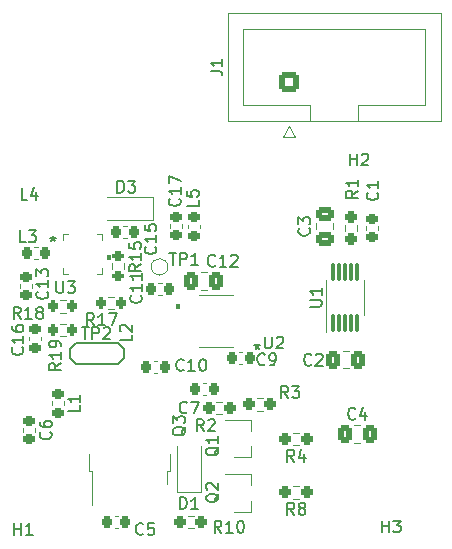
<source format=gbr>
%TF.GenerationSoftware,KiCad,Pcbnew,(6.0.4-0)*%
%TF.CreationDate,2022-03-31T17:06:01+02:00*%
%TF.ProjectId,cryosub_power_converter_top_v03,6372796f-7375-4625-9f70-6f7765725f63,rev?*%
%TF.SameCoordinates,Original*%
%TF.FileFunction,Legend,Top*%
%TF.FilePolarity,Positive*%
%FSLAX45Y45*%
G04 Gerber Fmt 4.5, Leading zero omitted, Abs format (unit mm)*
G04 Created by KiCad (PCBNEW (6.0.4-0)) date 2022-03-31 17:06:01*
%MOMM*%
%LPD*%
G01*
G04 APERTURE LIST*
G04 Aperture macros list*
%AMRoundRect*
0 Rectangle with rounded corners*
0 $1 Rounding radius*
0 $2 $3 $4 $5 $6 $7 $8 $9 X,Y pos of 4 corners*
0 Add a 4 corners polygon primitive as box body*
4,1,4,$2,$3,$4,$5,$6,$7,$8,$9,$2,$3,0*
0 Add four circle primitives for the rounded corners*
1,1,$1+$1,$2,$3*
1,1,$1+$1,$4,$5*
1,1,$1+$1,$6,$7*
1,1,$1+$1,$8,$9*
0 Add four rect primitives between the rounded corners*
20,1,$1+$1,$2,$3,$4,$5,0*
20,1,$1+$1,$4,$5,$6,$7,0*
20,1,$1+$1,$6,$7,$8,$9,0*
20,1,$1+$1,$8,$9,$2,$3,0*%
G04 Aperture macros list end*
%ADD10C,0.150000*%
%ADD11C,0.120000*%
%ADD12C,0.100000*%
%ADD13RoundRect,0.237500X0.250000X0.237500X-0.250000X0.237500X-0.250000X-0.237500X0.250000X-0.237500X0*%
%ADD14RoundRect,0.237500X-0.250000X-0.237500X0.250000X-0.237500X0.250000X0.237500X-0.250000X0.237500X0*%
%ADD15R,1.200000X2.200000*%
%ADD16R,5.800000X6.400000*%
%ADD17RoundRect,0.075000X0.075000X-0.650000X0.075000X0.650000X-0.075000X0.650000X-0.075000X-0.650000X0*%
%ADD18R,1.880000X1.680000*%
%ADD19R,0.900000X0.800000*%
%ADD20RoundRect,0.225000X-0.250000X0.225000X-0.250000X-0.225000X0.250000X-0.225000X0.250000X0.225000X0*%
%ADD21RoundRect,0.225000X0.250000X-0.225000X0.250000X0.225000X-0.250000X0.225000X-0.250000X-0.225000X0*%
%ADD22RoundRect,0.250000X0.475000X-0.337500X0.475000X0.337500X-0.475000X0.337500X-0.475000X-0.337500X0*%
%ADD23RoundRect,0.237500X0.237500X-0.250000X0.237500X0.250000X-0.237500X0.250000X-0.237500X-0.250000X0*%
%ADD24RoundRect,0.250000X-0.337500X-0.475000X0.337500X-0.475000X0.337500X0.475000X-0.337500X0.475000X0*%
%ADD25RoundRect,0.225000X0.225000X0.250000X-0.225000X0.250000X-0.225000X-0.250000X0.225000X-0.250000X0*%
%ADD26R,0.807999X0.254800*%
%ADD27R,0.254800X0.807999*%
%ADD28R,1.244600X1.244600*%
%ADD29RoundRect,0.225000X-0.225000X-0.250000X0.225000X-0.250000X0.225000X0.250000X-0.225000X0.250000X0*%
%ADD30R,3.200001X1.000001*%
%ADD31RoundRect,0.200000X-0.275000X0.200000X-0.275000X-0.200000X0.275000X-0.200000X0.275000X0.200000X0*%
%ADD32RoundRect,0.200000X0.200000X0.275000X-0.200000X0.275000X-0.200000X-0.275000X0.200000X-0.275000X0*%
%ADD33R,1.327899X0.279400*%
%ADD34R,1.752600X2.946400*%
%ADD35C,1.000000*%
%ADD36R,1.000001X3.200001*%
%ADD37RoundRect,0.218750X-0.256250X0.218750X-0.256250X-0.218750X0.256250X-0.218750X0.256250X0.218750X0*%
%ADD38RoundRect,0.200000X-0.200000X-0.275000X0.200000X-0.275000X0.200000X0.275000X-0.200000X0.275000X0*%
%ADD39C,1.400000*%
%ADD40C,4.700000*%
%ADD41RoundRect,0.218750X0.218750X0.256250X-0.218750X0.256250X-0.218750X-0.256250X0.218750X-0.256250X0*%
%ADD42RoundRect,0.250000X0.600000X-0.600000X0.600000X0.600000X-0.600000X0.600000X-0.600000X-0.600000X0*%
%ADD43C,1.700000*%
%ADD44R,0.900000X1.200000*%
%ADD45R,1.200000X0.900000*%
G04 APERTURE END LIST*
D10*
%TO.C,R8*%
X12442083Y-14263238D02*
X12408750Y-14215619D01*
X12384940Y-14263238D02*
X12384940Y-14163238D01*
X12423036Y-14163238D01*
X12432559Y-14168000D01*
X12437321Y-14172762D01*
X12442083Y-14182286D01*
X12442083Y-14196571D01*
X12437321Y-14206095D01*
X12432559Y-14210857D01*
X12423036Y-14215619D01*
X12384940Y-14215619D01*
X12499226Y-14206095D02*
X12489702Y-14201333D01*
X12484940Y-14196571D01*
X12480178Y-14187048D01*
X12480178Y-14182286D01*
X12484940Y-14172762D01*
X12489702Y-14168000D01*
X12499226Y-14163238D01*
X12518274Y-14163238D01*
X12527798Y-14168000D01*
X12532559Y-14172762D01*
X12537321Y-14182286D01*
X12537321Y-14187048D01*
X12532559Y-14196571D01*
X12527798Y-14201333D01*
X12518274Y-14206095D01*
X12499226Y-14206095D01*
X12489702Y-14210857D01*
X12484940Y-14215619D01*
X12480178Y-14225143D01*
X12480178Y-14244190D01*
X12484940Y-14253714D01*
X12489702Y-14258476D01*
X12499226Y-14263238D01*
X12518274Y-14263238D01*
X12527798Y-14258476D01*
X12532559Y-14253714D01*
X12537321Y-14244190D01*
X12537321Y-14225143D01*
X12532559Y-14215619D01*
X12527798Y-14210857D01*
X12518274Y-14206095D01*
%TO.C,R3*%
X12390833Y-13275238D02*
X12357500Y-13227619D01*
X12333690Y-13275238D02*
X12333690Y-13175238D01*
X12371786Y-13175238D01*
X12381309Y-13180000D01*
X12386071Y-13184762D01*
X12390833Y-13194286D01*
X12390833Y-13208571D01*
X12386071Y-13218095D01*
X12381309Y-13222857D01*
X12371786Y-13227619D01*
X12333690Y-13227619D01*
X12424167Y-13175238D02*
X12486071Y-13175238D01*
X12452738Y-13213333D01*
X12467024Y-13213333D01*
X12476548Y-13218095D01*
X12481309Y-13222857D01*
X12486071Y-13232381D01*
X12486071Y-13256190D01*
X12481309Y-13265714D01*
X12476548Y-13270476D01*
X12467024Y-13275238D01*
X12438452Y-13275238D01*
X12428928Y-13270476D01*
X12424167Y-13265714D01*
%TO.C,R4*%
X12442083Y-13813238D02*
X12408750Y-13765619D01*
X12384940Y-13813238D02*
X12384940Y-13713238D01*
X12423036Y-13713238D01*
X12432559Y-13718000D01*
X12437321Y-13722762D01*
X12442083Y-13732286D01*
X12442083Y-13746571D01*
X12437321Y-13756095D01*
X12432559Y-13760857D01*
X12423036Y-13765619D01*
X12384940Y-13765619D01*
X12527798Y-13746571D02*
X12527798Y-13813238D01*
X12503988Y-13708476D02*
X12480178Y-13779905D01*
X12542083Y-13779905D01*
%TO.C,Q3*%
X11524762Y-13519524D02*
X11520000Y-13529048D01*
X11510476Y-13538571D01*
X11496190Y-13552857D01*
X11491428Y-13562381D01*
X11491428Y-13571905D01*
X11515238Y-13567143D02*
X11510476Y-13576667D01*
X11500952Y-13586190D01*
X11481905Y-13590952D01*
X11448571Y-13590952D01*
X11429524Y-13586190D01*
X11420000Y-13576667D01*
X11415238Y-13567143D01*
X11415238Y-13548095D01*
X11420000Y-13538571D01*
X11429524Y-13529048D01*
X11448571Y-13524286D01*
X11481905Y-13524286D01*
X11500952Y-13529048D01*
X11510476Y-13538571D01*
X11515238Y-13548095D01*
X11515238Y-13567143D01*
X11415238Y-13490952D02*
X11415238Y-13429048D01*
X11453333Y-13462381D01*
X11453333Y-13448095D01*
X11458095Y-13438571D01*
X11462857Y-13433809D01*
X11472381Y-13429048D01*
X11496190Y-13429048D01*
X11505714Y-13433809D01*
X11510476Y-13438571D01*
X11515238Y-13448095D01*
X11515238Y-13476667D01*
X11510476Y-13486190D01*
X11505714Y-13490952D01*
%TO.C,U1*%
X12575238Y-12501190D02*
X12656190Y-12501190D01*
X12665714Y-12496428D01*
X12670476Y-12491667D01*
X12675238Y-12482143D01*
X12675238Y-12463095D01*
X12670476Y-12453571D01*
X12665714Y-12448809D01*
X12656190Y-12444048D01*
X12575238Y-12444048D01*
X12675238Y-12344048D02*
X12675238Y-12401190D01*
X12675238Y-12372619D02*
X12575238Y-12372619D01*
X12589524Y-12382143D01*
X12599048Y-12391667D01*
X12603809Y-12401190D01*
%TO.C,Q1*%
X11804762Y-13689524D02*
X11800000Y-13699048D01*
X11790476Y-13708571D01*
X11776190Y-13722857D01*
X11771428Y-13732381D01*
X11771428Y-13741905D01*
X11795238Y-13737143D02*
X11790476Y-13746667D01*
X11780952Y-13756190D01*
X11761905Y-13760952D01*
X11728571Y-13760952D01*
X11709524Y-13756190D01*
X11700000Y-13746667D01*
X11695238Y-13737143D01*
X11695238Y-13718095D01*
X11700000Y-13708571D01*
X11709524Y-13699048D01*
X11728571Y-13694286D01*
X11761905Y-13694286D01*
X11780952Y-13699048D01*
X11790476Y-13708571D01*
X11795238Y-13718095D01*
X11795238Y-13737143D01*
X11795238Y-13599048D02*
X11795238Y-13656190D01*
X11795238Y-13627619D02*
X11695238Y-13627619D01*
X11709524Y-13637143D01*
X11719048Y-13646667D01*
X11723809Y-13656190D01*
%TO.C,C6*%
X10378714Y-13562917D02*
X10383476Y-13567678D01*
X10388238Y-13581964D01*
X10388238Y-13591488D01*
X10383476Y-13605774D01*
X10373952Y-13615298D01*
X10364429Y-13620059D01*
X10345381Y-13624821D01*
X10331095Y-13624821D01*
X10312048Y-13620059D01*
X10302524Y-13615298D01*
X10293000Y-13605774D01*
X10288238Y-13591488D01*
X10288238Y-13581964D01*
X10293000Y-13567678D01*
X10297762Y-13562917D01*
X10288238Y-13477202D02*
X10288238Y-13496250D01*
X10293000Y-13505774D01*
X10297762Y-13510536D01*
X10312048Y-13520059D01*
X10331095Y-13524821D01*
X10369190Y-13524821D01*
X10378714Y-13520059D01*
X10383476Y-13515298D01*
X10388238Y-13505774D01*
X10388238Y-13486726D01*
X10383476Y-13477202D01*
X10378714Y-13472440D01*
X10369190Y-13467678D01*
X10345381Y-13467678D01*
X10335857Y-13472440D01*
X10331095Y-13477202D01*
X10326333Y-13486726D01*
X10326333Y-13505774D01*
X10331095Y-13515298D01*
X10335857Y-13520059D01*
X10345381Y-13524821D01*
%TO.C,R2*%
X11675833Y-13555238D02*
X11642500Y-13507619D01*
X11618690Y-13555238D02*
X11618690Y-13455238D01*
X11656786Y-13455238D01*
X11666309Y-13460000D01*
X11671071Y-13464762D01*
X11675833Y-13474286D01*
X11675833Y-13488571D01*
X11671071Y-13498095D01*
X11666309Y-13502857D01*
X11656786Y-13507619D01*
X11618690Y-13507619D01*
X11713928Y-13464762D02*
X11718690Y-13460000D01*
X11728214Y-13455238D01*
X11752024Y-13455238D01*
X11761548Y-13460000D01*
X11766309Y-13464762D01*
X11771071Y-13474286D01*
X11771071Y-13483809D01*
X11766309Y-13498095D01*
X11709167Y-13555238D01*
X11771071Y-13555238D01*
%TO.C,C1*%
X13145714Y-11536667D02*
X13150476Y-11541428D01*
X13155238Y-11555714D01*
X13155238Y-11565238D01*
X13150476Y-11579524D01*
X13140952Y-11589048D01*
X13131428Y-11593809D01*
X13112381Y-11598571D01*
X13098095Y-11598571D01*
X13079048Y-11593809D01*
X13069524Y-11589048D01*
X13060000Y-11579524D01*
X13055238Y-11565238D01*
X13055238Y-11555714D01*
X13060000Y-11541428D01*
X13064762Y-11536667D01*
X13155238Y-11441428D02*
X13155238Y-11498571D01*
X13155238Y-11470000D02*
X13055238Y-11470000D01*
X13069524Y-11479524D01*
X13079048Y-11489048D01*
X13083809Y-11498571D01*
%TO.C,C3*%
X12567714Y-11837917D02*
X12572476Y-11842678D01*
X12577238Y-11856964D01*
X12577238Y-11866488D01*
X12572476Y-11880774D01*
X12562952Y-11890298D01*
X12553428Y-11895059D01*
X12534381Y-11899821D01*
X12520095Y-11899821D01*
X12501048Y-11895059D01*
X12491524Y-11890298D01*
X12482000Y-11880774D01*
X12477238Y-11866488D01*
X12477238Y-11856964D01*
X12482000Y-11842678D01*
X12486762Y-11837917D01*
X12477238Y-11804583D02*
X12477238Y-11742678D01*
X12515333Y-11776012D01*
X12515333Y-11761726D01*
X12520095Y-11752202D01*
X12524857Y-11747440D01*
X12534381Y-11742678D01*
X12558190Y-11742678D01*
X12567714Y-11747440D01*
X12572476Y-11752202D01*
X12577238Y-11761726D01*
X12577238Y-11790298D01*
X12572476Y-11799821D01*
X12567714Y-11804583D01*
%TO.C,R1*%
X12980238Y-11521667D02*
X12932619Y-11555000D01*
X12980238Y-11578809D02*
X12880238Y-11578809D01*
X12880238Y-11540714D01*
X12885000Y-11531190D01*
X12889762Y-11526428D01*
X12899286Y-11521667D01*
X12913571Y-11521667D01*
X12923095Y-11526428D01*
X12927857Y-11531190D01*
X12932619Y-11540714D01*
X12932619Y-11578809D01*
X12980238Y-11426428D02*
X12980238Y-11483571D01*
X12980238Y-11455000D02*
X12880238Y-11455000D01*
X12894524Y-11464524D01*
X12904048Y-11474048D01*
X12908809Y-11483571D01*
%TO.C,C2*%
X12588333Y-12990714D02*
X12583571Y-12995476D01*
X12569286Y-13000238D01*
X12559762Y-13000238D01*
X12545476Y-12995476D01*
X12535952Y-12985952D01*
X12531190Y-12976428D01*
X12526428Y-12957381D01*
X12526428Y-12943095D01*
X12531190Y-12924048D01*
X12535952Y-12914524D01*
X12545476Y-12905000D01*
X12559762Y-12900238D01*
X12569286Y-12900238D01*
X12583571Y-12905000D01*
X12588333Y-12909762D01*
X12626428Y-12909762D02*
X12631190Y-12905000D01*
X12640714Y-12900238D01*
X12664524Y-12900238D01*
X12674048Y-12905000D01*
X12678809Y-12909762D01*
X12683571Y-12919286D01*
X12683571Y-12928809D01*
X12678809Y-12943095D01*
X12621667Y-13000238D01*
X12683571Y-13000238D01*
%TO.C,C5*%
X11163333Y-14425714D02*
X11158571Y-14430476D01*
X11144286Y-14435238D01*
X11134762Y-14435238D01*
X11120476Y-14430476D01*
X11110952Y-14420952D01*
X11106190Y-14411428D01*
X11101429Y-14392381D01*
X11101429Y-14378095D01*
X11106190Y-14359048D01*
X11110952Y-14349524D01*
X11120476Y-14340000D01*
X11134762Y-14335238D01*
X11144286Y-14335238D01*
X11158571Y-14340000D01*
X11163333Y-14344762D01*
X11253809Y-14335238D02*
X11206190Y-14335238D01*
X11201428Y-14382857D01*
X11206190Y-14378095D01*
X11215714Y-14373333D01*
X11239524Y-14373333D01*
X11249048Y-14378095D01*
X11253809Y-14382857D01*
X11258571Y-14392381D01*
X11258571Y-14416190D01*
X11253809Y-14425714D01*
X11249048Y-14430476D01*
X11239524Y-14435238D01*
X11215714Y-14435238D01*
X11206190Y-14430476D01*
X11201428Y-14425714D01*
%TO.C,Q2*%
X11804762Y-14084524D02*
X11800000Y-14094048D01*
X11790476Y-14103571D01*
X11776190Y-14117857D01*
X11771428Y-14127381D01*
X11771428Y-14136905D01*
X11795238Y-14132143D02*
X11790476Y-14141667D01*
X11780952Y-14151190D01*
X11761905Y-14155952D01*
X11728571Y-14155952D01*
X11709524Y-14151190D01*
X11700000Y-14141667D01*
X11695238Y-14132143D01*
X11695238Y-14113095D01*
X11700000Y-14103571D01*
X11709524Y-14094048D01*
X11728571Y-14089286D01*
X11761905Y-14089286D01*
X11780952Y-14094048D01*
X11790476Y-14103571D01*
X11795238Y-14113095D01*
X11795238Y-14132143D01*
X11704762Y-14051190D02*
X11700000Y-14046428D01*
X11695238Y-14036905D01*
X11695238Y-14013095D01*
X11700000Y-14003571D01*
X11704762Y-13998809D01*
X11714286Y-13994048D01*
X11723809Y-13994048D01*
X11738095Y-13998809D01*
X11795238Y-14055952D01*
X11795238Y-13994048D01*
%TO.C,R10*%
X11825714Y-14415238D02*
X11792381Y-14367619D01*
X11768571Y-14415238D02*
X11768571Y-14315238D01*
X11806667Y-14315238D01*
X11816190Y-14320000D01*
X11820952Y-14324762D01*
X11825714Y-14334286D01*
X11825714Y-14348571D01*
X11820952Y-14358095D01*
X11816190Y-14362857D01*
X11806667Y-14367619D01*
X11768571Y-14367619D01*
X11920952Y-14415238D02*
X11863809Y-14415238D01*
X11892381Y-14415238D02*
X11892381Y-14315238D01*
X11882857Y-14329524D01*
X11873333Y-14339048D01*
X11863809Y-14343809D01*
X11982857Y-14315238D02*
X11992381Y-14315238D01*
X12001905Y-14320000D01*
X12006667Y-14324762D01*
X12011428Y-14334286D01*
X12016190Y-14353333D01*
X12016190Y-14377143D01*
X12011428Y-14396190D01*
X12006667Y-14405714D01*
X12001905Y-14410476D01*
X11992381Y-14415238D01*
X11982857Y-14415238D01*
X11973333Y-14410476D01*
X11968571Y-14405714D01*
X11963809Y-14396190D01*
X11959048Y-14377143D01*
X11959048Y-14353333D01*
X11963809Y-14334286D01*
X11968571Y-14324762D01*
X11973333Y-14320000D01*
X11982857Y-14315238D01*
%TO.C,U3*%
X10428810Y-12285238D02*
X10428810Y-12366190D01*
X10433571Y-12375714D01*
X10438333Y-12380476D01*
X10447857Y-12385238D01*
X10466905Y-12385238D01*
X10476429Y-12380476D01*
X10481190Y-12375714D01*
X10485952Y-12366190D01*
X10485952Y-12285238D01*
X10524048Y-12285238D02*
X10585952Y-12285238D01*
X10552619Y-12323333D01*
X10566905Y-12323333D01*
X10576429Y-12328095D01*
X10581190Y-12332857D01*
X10585952Y-12342381D01*
X10585952Y-12366190D01*
X10581190Y-12375714D01*
X10576429Y-12380476D01*
X10566905Y-12385238D01*
X10538333Y-12385238D01*
X10528810Y-12380476D01*
X10524048Y-12375714D01*
X10401560Y-11902738D02*
X10401560Y-11926548D01*
X10377751Y-11917024D02*
X10401560Y-11926548D01*
X10425370Y-11917024D01*
X10387274Y-11945595D02*
X10401560Y-11926548D01*
X10415846Y-11945595D01*
%TO.C,C9*%
X12193333Y-12988214D02*
X12188571Y-12992976D01*
X12174286Y-12997738D01*
X12164762Y-12997738D01*
X12150476Y-12992976D01*
X12140952Y-12983452D01*
X12136190Y-12973928D01*
X12131428Y-12954881D01*
X12131428Y-12940595D01*
X12136190Y-12921548D01*
X12140952Y-12912024D01*
X12150476Y-12902500D01*
X12164762Y-12897738D01*
X12174286Y-12897738D01*
X12188571Y-12902500D01*
X12193333Y-12907262D01*
X12240952Y-12997738D02*
X12260000Y-12997738D01*
X12269524Y-12992976D01*
X12274286Y-12988214D01*
X12283809Y-12973928D01*
X12288571Y-12954881D01*
X12288571Y-12916786D01*
X12283809Y-12907262D01*
X12279048Y-12902500D01*
X12269524Y-12897738D01*
X12250476Y-12897738D01*
X12240952Y-12902500D01*
X12236190Y-12907262D01*
X12231428Y-12916786D01*
X12231428Y-12940595D01*
X12236190Y-12950119D01*
X12240952Y-12954881D01*
X12250476Y-12959643D01*
X12269524Y-12959643D01*
X12279048Y-12954881D01*
X12283809Y-12950119D01*
X12288571Y-12940595D01*
%TO.C,C13*%
X10350714Y-12374286D02*
X10355476Y-12379048D01*
X10360238Y-12393333D01*
X10360238Y-12402857D01*
X10355476Y-12417143D01*
X10345952Y-12426667D01*
X10336429Y-12431428D01*
X10317381Y-12436190D01*
X10303095Y-12436190D01*
X10284048Y-12431428D01*
X10274524Y-12426667D01*
X10265000Y-12417143D01*
X10260238Y-12402857D01*
X10260238Y-12393333D01*
X10265000Y-12379048D01*
X10269762Y-12374286D01*
X10360238Y-12279048D02*
X10360238Y-12336190D01*
X10360238Y-12307619D02*
X10260238Y-12307619D01*
X10274524Y-12317143D01*
X10284048Y-12326667D01*
X10288810Y-12336190D01*
X10260238Y-12245714D02*
X10260238Y-12183809D01*
X10298333Y-12217143D01*
X10298333Y-12202857D01*
X10303095Y-12193333D01*
X10307857Y-12188571D01*
X10317381Y-12183809D01*
X10341190Y-12183809D01*
X10350714Y-12188571D01*
X10355476Y-12193333D01*
X10360238Y-12202857D01*
X10360238Y-12231428D01*
X10355476Y-12240952D01*
X10350714Y-12245714D01*
%TO.C,C15*%
X11265714Y-11994286D02*
X11270476Y-11999048D01*
X11275238Y-12013333D01*
X11275238Y-12022857D01*
X11270476Y-12037143D01*
X11260952Y-12046667D01*
X11251428Y-12051428D01*
X11232381Y-12056190D01*
X11218095Y-12056190D01*
X11199048Y-12051428D01*
X11189524Y-12046667D01*
X11180000Y-12037143D01*
X11175238Y-12022857D01*
X11175238Y-12013333D01*
X11180000Y-11999048D01*
X11184762Y-11994286D01*
X11275238Y-11899048D02*
X11275238Y-11956190D01*
X11275238Y-11927619D02*
X11175238Y-11927619D01*
X11189524Y-11937143D01*
X11199048Y-11946667D01*
X11203809Y-11956190D01*
X11175238Y-11808571D02*
X11175238Y-11856190D01*
X11222857Y-11860952D01*
X11218095Y-11856190D01*
X11213333Y-11846667D01*
X11213333Y-11822857D01*
X11218095Y-11813333D01*
X11222857Y-11808571D01*
X11232381Y-11803809D01*
X11256190Y-11803809D01*
X11265714Y-11808571D01*
X11270476Y-11813333D01*
X11275238Y-11822857D01*
X11275238Y-11846667D01*
X11270476Y-11856190D01*
X11265714Y-11860952D01*
%TO.C,C10*%
X11505714Y-13035714D02*
X11500952Y-13040476D01*
X11486667Y-13045238D01*
X11477143Y-13045238D01*
X11462857Y-13040476D01*
X11453333Y-13030952D01*
X11448571Y-13021428D01*
X11443809Y-13002381D01*
X11443809Y-12988095D01*
X11448571Y-12969048D01*
X11453333Y-12959524D01*
X11462857Y-12950000D01*
X11477143Y-12945238D01*
X11486667Y-12945238D01*
X11500952Y-12950000D01*
X11505714Y-12954762D01*
X11600952Y-13045238D02*
X11543809Y-13045238D01*
X11572381Y-13045238D02*
X11572381Y-12945238D01*
X11562857Y-12959524D01*
X11553333Y-12969048D01*
X11543809Y-12973809D01*
X11662857Y-12945238D02*
X11672381Y-12945238D01*
X11681905Y-12950000D01*
X11686667Y-12954762D01*
X11691428Y-12964286D01*
X11696190Y-12983333D01*
X11696190Y-13007143D01*
X11691428Y-13026190D01*
X11686667Y-13035714D01*
X11681905Y-13040476D01*
X11672381Y-13045238D01*
X11662857Y-13045238D01*
X11653333Y-13040476D01*
X11648571Y-13035714D01*
X11643809Y-13026190D01*
X11639048Y-13007143D01*
X11639048Y-12983333D01*
X11643809Y-12964286D01*
X11648571Y-12954762D01*
X11653333Y-12950000D01*
X11662857Y-12945238D01*
%TO.C,C11*%
X11143214Y-12406786D02*
X11147976Y-12411548D01*
X11152738Y-12425833D01*
X11152738Y-12435357D01*
X11147976Y-12449643D01*
X11138452Y-12459167D01*
X11128929Y-12463928D01*
X11109881Y-12468690D01*
X11095595Y-12468690D01*
X11076548Y-12463928D01*
X11067024Y-12459167D01*
X11057500Y-12449643D01*
X11052738Y-12435357D01*
X11052738Y-12425833D01*
X11057500Y-12411548D01*
X11062262Y-12406786D01*
X11152738Y-12311548D02*
X11152738Y-12368690D01*
X11152738Y-12340119D02*
X11052738Y-12340119D01*
X11067024Y-12349643D01*
X11076548Y-12359167D01*
X11081310Y-12368690D01*
X11152738Y-12216309D02*
X11152738Y-12273452D01*
X11152738Y-12244881D02*
X11052738Y-12244881D01*
X11067024Y-12254405D01*
X11076548Y-12263928D01*
X11081310Y-12273452D01*
%TO.C,L2*%
X11065238Y-12738821D02*
X11065238Y-12786440D01*
X10965238Y-12786440D01*
X10974762Y-12710250D02*
X10970000Y-12705488D01*
X10965238Y-12695964D01*
X10965238Y-12672155D01*
X10970000Y-12662631D01*
X10974762Y-12657869D01*
X10984286Y-12653107D01*
X10993810Y-12653107D01*
X11008095Y-12657869D01*
X11065238Y-12715012D01*
X11065238Y-12653107D01*
%TO.C,R15*%
X11145238Y-12144286D02*
X11097619Y-12177619D01*
X11145238Y-12201428D02*
X11045238Y-12201428D01*
X11045238Y-12163333D01*
X11050000Y-12153809D01*
X11054762Y-12149048D01*
X11064286Y-12144286D01*
X11078571Y-12144286D01*
X11088095Y-12149048D01*
X11092857Y-12153809D01*
X11097619Y-12163333D01*
X11097619Y-12201428D01*
X11145238Y-12049048D02*
X11145238Y-12106190D01*
X11145238Y-12077619D02*
X11045238Y-12077619D01*
X11059524Y-12087143D01*
X11069048Y-12096667D01*
X11073810Y-12106190D01*
X11045238Y-11958571D02*
X11045238Y-12006190D01*
X11092857Y-12010952D01*
X11088095Y-12006190D01*
X11083333Y-11996667D01*
X11083333Y-11972857D01*
X11088095Y-11963333D01*
X11092857Y-11958571D01*
X11102381Y-11953809D01*
X11126190Y-11953809D01*
X11135714Y-11958571D01*
X11140476Y-11963333D01*
X11145238Y-11972857D01*
X11145238Y-11996667D01*
X11140476Y-12006190D01*
X11135714Y-12010952D01*
%TO.C,R17*%
X10745714Y-12658238D02*
X10712381Y-12610619D01*
X10688571Y-12658238D02*
X10688571Y-12558238D01*
X10726667Y-12558238D01*
X10736190Y-12563000D01*
X10740952Y-12567762D01*
X10745714Y-12577286D01*
X10745714Y-12591571D01*
X10740952Y-12601095D01*
X10736190Y-12605857D01*
X10726667Y-12610619D01*
X10688571Y-12610619D01*
X10840952Y-12658238D02*
X10783810Y-12658238D01*
X10812381Y-12658238D02*
X10812381Y-12558238D01*
X10802857Y-12572524D01*
X10793333Y-12582048D01*
X10783810Y-12586809D01*
X10874286Y-12558238D02*
X10940952Y-12558238D01*
X10898095Y-12658238D01*
%TO.C,U2*%
X12193809Y-12755238D02*
X12193809Y-12836190D01*
X12198571Y-12845714D01*
X12203333Y-12850476D01*
X12212857Y-12855238D01*
X12231905Y-12855238D01*
X12241428Y-12850476D01*
X12246190Y-12845714D01*
X12250952Y-12836190D01*
X12250952Y-12755238D01*
X12293809Y-12764762D02*
X12298571Y-12760000D01*
X12308095Y-12755238D01*
X12331905Y-12755238D01*
X12341428Y-12760000D01*
X12346190Y-12764762D01*
X12350952Y-12774286D01*
X12350952Y-12783809D01*
X12346190Y-12798095D01*
X12289048Y-12855238D01*
X12350952Y-12855238D01*
X12130000Y-12815238D02*
X12130000Y-12839048D01*
X12106190Y-12829524D02*
X12130000Y-12839048D01*
X12153809Y-12829524D01*
X12115714Y-12858095D02*
X12130000Y-12839048D01*
X12144286Y-12858095D01*
%TO.C,C12*%
X11773214Y-12152714D02*
X11768452Y-12157476D01*
X11754167Y-12162238D01*
X11744643Y-12162238D01*
X11730357Y-12157476D01*
X11720833Y-12147952D01*
X11716071Y-12138428D01*
X11711309Y-12119381D01*
X11711309Y-12105095D01*
X11716071Y-12086048D01*
X11720833Y-12076524D01*
X11730357Y-12067000D01*
X11744643Y-12062238D01*
X11754167Y-12062238D01*
X11768452Y-12067000D01*
X11773214Y-12071762D01*
X11868452Y-12162238D02*
X11811309Y-12162238D01*
X11839881Y-12162238D02*
X11839881Y-12062238D01*
X11830357Y-12076524D01*
X11820833Y-12086048D01*
X11811309Y-12090809D01*
X11906548Y-12071762D02*
X11911309Y-12067000D01*
X11920833Y-12062238D01*
X11944643Y-12062238D01*
X11954167Y-12067000D01*
X11958928Y-12071762D01*
X11963690Y-12081286D01*
X11963690Y-12090809D01*
X11958928Y-12105095D01*
X11901786Y-12162238D01*
X11963690Y-12162238D01*
%TO.C,TP1*%
X11386309Y-12047738D02*
X11443452Y-12047738D01*
X11414881Y-12147738D02*
X11414881Y-12047738D01*
X11476786Y-12147738D02*
X11476786Y-12047738D01*
X11514881Y-12047738D01*
X11524405Y-12052500D01*
X11529167Y-12057262D01*
X11533928Y-12066786D01*
X11533928Y-12081071D01*
X11529167Y-12090595D01*
X11524405Y-12095357D01*
X11514881Y-12100119D01*
X11476786Y-12100119D01*
X11629167Y-12147738D02*
X11572024Y-12147738D01*
X11600595Y-12147738D02*
X11600595Y-12047738D01*
X11591071Y-12062024D01*
X11581548Y-12071548D01*
X11572024Y-12076309D01*
%TO.C,L4*%
X10182988Y-11595238D02*
X10135369Y-11595238D01*
X10135369Y-11495238D01*
X10259179Y-11528571D02*
X10259179Y-11595238D01*
X10235369Y-11490476D02*
X10211560Y-11561905D01*
X10273464Y-11561905D01*
%TO.C,C17*%
X11470714Y-11586786D02*
X11475476Y-11591548D01*
X11480238Y-11605833D01*
X11480238Y-11615357D01*
X11475476Y-11629643D01*
X11465952Y-11639167D01*
X11456428Y-11643928D01*
X11437381Y-11648690D01*
X11423095Y-11648690D01*
X11404048Y-11643928D01*
X11394524Y-11639167D01*
X11385000Y-11629643D01*
X11380238Y-11615357D01*
X11380238Y-11605833D01*
X11385000Y-11591548D01*
X11389762Y-11586786D01*
X11480238Y-11491548D02*
X11480238Y-11548690D01*
X11480238Y-11520119D02*
X11380238Y-11520119D01*
X11394524Y-11529643D01*
X11404048Y-11539167D01*
X11408809Y-11548690D01*
X11380238Y-11458214D02*
X11380238Y-11391548D01*
X11480238Y-11434405D01*
%TO.C,L5*%
X11632738Y-11601667D02*
X11632738Y-11649286D01*
X11532738Y-11649286D01*
X11532738Y-11520714D02*
X11532738Y-11568333D01*
X11580357Y-11573095D01*
X11575595Y-11568333D01*
X11570833Y-11558809D01*
X11570833Y-11535000D01*
X11575595Y-11525476D01*
X11580357Y-11520714D01*
X11589881Y-11515952D01*
X11613690Y-11515952D01*
X11623214Y-11520714D01*
X11627976Y-11525476D01*
X11632738Y-11535000D01*
X11632738Y-11558809D01*
X11627976Y-11568333D01*
X11623214Y-11573095D01*
%TO.C,C16*%
X10140714Y-12846786D02*
X10145476Y-12851548D01*
X10150238Y-12865833D01*
X10150238Y-12875357D01*
X10145476Y-12889643D01*
X10135952Y-12899167D01*
X10126429Y-12903928D01*
X10107381Y-12908690D01*
X10093095Y-12908690D01*
X10074048Y-12903928D01*
X10064524Y-12899167D01*
X10055000Y-12889643D01*
X10050238Y-12875357D01*
X10050238Y-12865833D01*
X10055000Y-12851548D01*
X10059762Y-12846786D01*
X10150238Y-12751548D02*
X10150238Y-12808690D01*
X10150238Y-12780119D02*
X10050238Y-12780119D01*
X10064524Y-12789643D01*
X10074048Y-12799167D01*
X10078810Y-12808690D01*
X10050238Y-12665833D02*
X10050238Y-12684881D01*
X10055000Y-12694405D01*
X10059762Y-12699167D01*
X10074048Y-12708690D01*
X10093095Y-12713452D01*
X10131190Y-12713452D01*
X10140714Y-12708690D01*
X10145476Y-12703928D01*
X10150238Y-12694405D01*
X10150238Y-12675357D01*
X10145476Y-12665833D01*
X10140714Y-12661071D01*
X10131190Y-12656309D01*
X10107381Y-12656309D01*
X10097857Y-12661071D01*
X10093095Y-12665833D01*
X10088333Y-12675357D01*
X10088333Y-12694405D01*
X10093095Y-12703928D01*
X10097857Y-12708690D01*
X10107381Y-12713452D01*
%TO.C,R18*%
X10125714Y-12605238D02*
X10092381Y-12557619D01*
X10068571Y-12605238D02*
X10068571Y-12505238D01*
X10106667Y-12505238D01*
X10116190Y-12510000D01*
X10120952Y-12514762D01*
X10125714Y-12524286D01*
X10125714Y-12538571D01*
X10120952Y-12548095D01*
X10116190Y-12552857D01*
X10106667Y-12557619D01*
X10068571Y-12557619D01*
X10220952Y-12605238D02*
X10163810Y-12605238D01*
X10192381Y-12605238D02*
X10192381Y-12505238D01*
X10182857Y-12519524D01*
X10173333Y-12529048D01*
X10163810Y-12533809D01*
X10278095Y-12548095D02*
X10268571Y-12543333D01*
X10263810Y-12538571D01*
X10259048Y-12529048D01*
X10259048Y-12524286D01*
X10263810Y-12514762D01*
X10268571Y-12510000D01*
X10278095Y-12505238D01*
X10297143Y-12505238D01*
X10306667Y-12510000D01*
X10311429Y-12514762D01*
X10316190Y-12524286D01*
X10316190Y-12529048D01*
X10311429Y-12538571D01*
X10306667Y-12543333D01*
X10297143Y-12548095D01*
X10278095Y-12548095D01*
X10268571Y-12552857D01*
X10263810Y-12557619D01*
X10259048Y-12567143D01*
X10259048Y-12586190D01*
X10263810Y-12595714D01*
X10268571Y-12600476D01*
X10278095Y-12605238D01*
X10297143Y-12605238D01*
X10306667Y-12600476D01*
X10311429Y-12595714D01*
X10316190Y-12586190D01*
X10316190Y-12567143D01*
X10311429Y-12557619D01*
X10306667Y-12552857D01*
X10297143Y-12548095D01*
%TO.C,R19*%
X10467738Y-12979286D02*
X10420119Y-13012619D01*
X10467738Y-13036428D02*
X10367738Y-13036428D01*
X10367738Y-12998333D01*
X10372500Y-12988809D01*
X10377262Y-12984048D01*
X10386786Y-12979286D01*
X10401071Y-12979286D01*
X10410595Y-12984048D01*
X10415357Y-12988809D01*
X10420119Y-12998333D01*
X10420119Y-13036428D01*
X10467738Y-12884048D02*
X10467738Y-12941190D01*
X10467738Y-12912619D02*
X10367738Y-12912619D01*
X10382024Y-12922143D01*
X10391548Y-12931667D01*
X10396310Y-12941190D01*
X10467738Y-12836428D02*
X10467738Y-12817381D01*
X10462976Y-12807857D01*
X10458214Y-12803095D01*
X10443929Y-12793571D01*
X10424881Y-12788809D01*
X10386786Y-12788809D01*
X10377262Y-12793571D01*
X10372500Y-12798333D01*
X10367738Y-12807857D01*
X10367738Y-12826905D01*
X10372500Y-12836428D01*
X10377262Y-12841190D01*
X10386786Y-12845952D01*
X10410595Y-12845952D01*
X10420119Y-12841190D01*
X10424881Y-12836428D01*
X10429643Y-12826905D01*
X10429643Y-12807857D01*
X10424881Y-12798333D01*
X10420119Y-12793571D01*
X10410595Y-12788809D01*
%TO.C,TP2*%
X10643810Y-12675238D02*
X10700952Y-12675238D01*
X10672381Y-12775238D02*
X10672381Y-12675238D01*
X10734286Y-12775238D02*
X10734286Y-12675238D01*
X10772381Y-12675238D01*
X10781905Y-12680000D01*
X10786667Y-12684762D01*
X10791429Y-12694286D01*
X10791429Y-12708571D01*
X10786667Y-12718095D01*
X10781905Y-12722857D01*
X10772381Y-12727619D01*
X10734286Y-12727619D01*
X10829524Y-12684762D02*
X10834286Y-12680000D01*
X10843810Y-12675238D01*
X10867619Y-12675238D01*
X10877143Y-12680000D01*
X10881905Y-12684762D01*
X10886667Y-12694286D01*
X10886667Y-12703809D01*
X10881905Y-12718095D01*
X10824762Y-12775238D01*
X10886667Y-12775238D01*
%TO.C,H1*%
X10071310Y-14432738D02*
X10071310Y-14332738D01*
X10071310Y-14380357D02*
X10128452Y-14380357D01*
X10128452Y-14432738D02*
X10128452Y-14332738D01*
X10228452Y-14432738D02*
X10171310Y-14432738D01*
X10199881Y-14432738D02*
X10199881Y-14332738D01*
X10190357Y-14347024D01*
X10180833Y-14356548D01*
X10171310Y-14361309D01*
%TO.C,H2*%
X12913809Y-11305238D02*
X12913809Y-11205238D01*
X12913809Y-11252857D02*
X12970952Y-11252857D01*
X12970952Y-11305238D02*
X12970952Y-11205238D01*
X13013809Y-11214762D02*
X13018571Y-11210000D01*
X13028095Y-11205238D01*
X13051905Y-11205238D01*
X13061428Y-11210000D01*
X13066190Y-11214762D01*
X13070952Y-11224286D01*
X13070952Y-11233809D01*
X13066190Y-11248095D01*
X13009048Y-11305238D01*
X13070952Y-11305238D01*
%TO.C,H3*%
X13186309Y-14412738D02*
X13186309Y-14312738D01*
X13186309Y-14360357D02*
X13243452Y-14360357D01*
X13243452Y-14412738D02*
X13243452Y-14312738D01*
X13281548Y-14312738D02*
X13343452Y-14312738D01*
X13310119Y-14350833D01*
X13324405Y-14350833D01*
X13333928Y-14355595D01*
X13338690Y-14360357D01*
X13343452Y-14369881D01*
X13343452Y-14393690D01*
X13338690Y-14403214D01*
X13333928Y-14407976D01*
X13324405Y-14412738D01*
X13295833Y-14412738D01*
X13286309Y-14407976D01*
X13281548Y-14403214D01*
%TO.C,L3*%
X10170833Y-11955238D02*
X10123214Y-11955238D01*
X10123214Y-11855238D01*
X10194643Y-11855238D02*
X10256548Y-11855238D01*
X10223214Y-11893333D01*
X10237500Y-11893333D01*
X10247024Y-11898095D01*
X10251786Y-11902857D01*
X10256548Y-11912381D01*
X10256548Y-11936190D01*
X10251786Y-11945714D01*
X10247024Y-11950476D01*
X10237500Y-11955238D01*
X10208929Y-11955238D01*
X10199405Y-11950476D01*
X10194643Y-11945714D01*
%TO.C,J1*%
X11735238Y-10506333D02*
X11806667Y-10506333D01*
X11820952Y-10511095D01*
X11830476Y-10520619D01*
X11835238Y-10534905D01*
X11835238Y-10544429D01*
X11835238Y-10406333D02*
X11835238Y-10463476D01*
X11835238Y-10434905D02*
X11735238Y-10434905D01*
X11749524Y-10444429D01*
X11759048Y-10453952D01*
X11763809Y-10463476D01*
%TO.C,L1*%
X10628238Y-13336667D02*
X10628238Y-13384286D01*
X10528238Y-13384286D01*
X10628238Y-13250952D02*
X10628238Y-13308095D01*
X10628238Y-13279524D02*
X10528238Y-13279524D01*
X10542524Y-13289048D01*
X10552048Y-13298571D01*
X10556810Y-13308095D01*
%TO.C,D3*%
X10946190Y-11535238D02*
X10946190Y-11435238D01*
X10970000Y-11435238D01*
X10984286Y-11440000D01*
X10993810Y-11449524D01*
X10998571Y-11459048D01*
X11003333Y-11478095D01*
X11003333Y-11492381D01*
X10998571Y-11511428D01*
X10993810Y-11520952D01*
X10984286Y-11530476D01*
X10970000Y-11535238D01*
X10946190Y-11535238D01*
X11036667Y-11435238D02*
X11098571Y-11435238D01*
X11065238Y-11473333D01*
X11079524Y-11473333D01*
X11089048Y-11478095D01*
X11093810Y-11482857D01*
X11098571Y-11492381D01*
X11098571Y-11516190D01*
X11093810Y-11525714D01*
X11089048Y-11530476D01*
X11079524Y-11535238D01*
X11050952Y-11535238D01*
X11041429Y-11530476D01*
X11036667Y-11525714D01*
%TO.C,C7*%
X11533333Y-13395714D02*
X11528571Y-13400476D01*
X11514286Y-13405238D01*
X11504762Y-13405238D01*
X11490476Y-13400476D01*
X11480952Y-13390952D01*
X11476190Y-13381428D01*
X11471428Y-13362381D01*
X11471428Y-13348095D01*
X11476190Y-13329048D01*
X11480952Y-13319524D01*
X11490476Y-13310000D01*
X11504762Y-13305238D01*
X11514286Y-13305238D01*
X11528571Y-13310000D01*
X11533333Y-13314762D01*
X11566667Y-13305238D02*
X11633333Y-13305238D01*
X11590476Y-13405238D01*
%TO.C,C4*%
X12959583Y-13447714D02*
X12954821Y-13452476D01*
X12940536Y-13457238D01*
X12931012Y-13457238D01*
X12916726Y-13452476D01*
X12907202Y-13442952D01*
X12902440Y-13433428D01*
X12897678Y-13414381D01*
X12897678Y-13400095D01*
X12902440Y-13381048D01*
X12907202Y-13371524D01*
X12916726Y-13362000D01*
X12931012Y-13357238D01*
X12940536Y-13357238D01*
X12954821Y-13362000D01*
X12959583Y-13366762D01*
X13045298Y-13390571D02*
X13045298Y-13457238D01*
X13021488Y-13352476D02*
X12997678Y-13423905D01*
X13059583Y-13423905D01*
%TO.C,D1*%
X11476190Y-14215238D02*
X11476190Y-14115238D01*
X11500000Y-14115238D01*
X11514286Y-14120000D01*
X11523809Y-14129524D01*
X11528571Y-14139048D01*
X11533333Y-14158095D01*
X11533333Y-14172381D01*
X11528571Y-14191428D01*
X11523809Y-14200952D01*
X11514286Y-14210476D01*
X11500000Y-14215238D01*
X11476190Y-14215238D01*
X11628571Y-14215238D02*
X11571428Y-14215238D01*
X11600000Y-14215238D02*
X11600000Y-14115238D01*
X11590476Y-14129524D01*
X11580952Y-14139048D01*
X11571428Y-14143809D01*
D11*
%TO.C,R8*%
X12484222Y-14022750D02*
X12433278Y-14022750D01*
X12484222Y-14127250D02*
X12433278Y-14127250D01*
%TO.C,R3*%
X12124528Y-13382250D02*
X12175472Y-13382250D01*
X12124528Y-13277750D02*
X12175472Y-13277750D01*
%TO.C,R4*%
X12484222Y-13572750D02*
X12433278Y-13572750D01*
X12484222Y-13677250D02*
X12433278Y-13677250D01*
%TO.C,Q3*%
X10705000Y-13897000D02*
X10732000Y-13897000D01*
X11368000Y-13897000D02*
X11368000Y-14007000D01*
X11395000Y-13747000D02*
X11395000Y-13897000D01*
X11395000Y-13897000D02*
X11368000Y-13897000D01*
X10705000Y-13747000D02*
X10705000Y-13897000D01*
X10732000Y-13897000D02*
X10732000Y-14180000D01*
%TO.C,U1*%
X13036000Y-12425000D02*
X13036000Y-12575000D01*
X13036000Y-12425000D02*
X13036000Y-12275000D01*
X12714000Y-12425000D02*
X12714000Y-12275000D01*
X12714000Y-12425000D02*
X12714000Y-12712500D01*
%TO.C,Q1*%
X12076000Y-13462000D02*
X11860000Y-13462000D01*
X12076000Y-13462000D02*
X12076000Y-13555000D01*
X12076000Y-13778000D02*
X11930000Y-13778000D01*
X12076000Y-13778000D02*
X12076000Y-13685000D01*
%TO.C,C6*%
X10149000Y-13532192D02*
X10149000Y-13560308D01*
X10251000Y-13532192D02*
X10251000Y-13560308D01*
%TO.C,R2*%
X11783278Y-13412250D02*
X11834222Y-13412250D01*
X11783278Y-13307750D02*
X11834222Y-13307750D01*
%TO.C,C1*%
X13049000Y-11850308D02*
X13049000Y-11822192D01*
X13151000Y-11850308D02*
X13151000Y-11822192D01*
%TO.C,C3*%
X12626500Y-11847375D02*
X12626500Y-11795125D01*
X12773500Y-11847375D02*
X12773500Y-11795125D01*
%TO.C,R1*%
X12977250Y-11859222D02*
X12977250Y-11808278D01*
X12872750Y-11859222D02*
X12872750Y-11808278D01*
%TO.C,C2*%
X12852625Y-12876500D02*
X12904875Y-12876500D01*
X12852625Y-13023500D02*
X12904875Y-13023500D01*
%TO.C,C5*%
X10950308Y-14376000D02*
X10922192Y-14376000D01*
X10950308Y-14274000D02*
X10922192Y-14274000D01*
%TO.C,Q2*%
X12076000Y-13922000D02*
X12076000Y-14015000D01*
X12076000Y-14238000D02*
X11930000Y-14238000D01*
X12076000Y-14238000D02*
X12076000Y-14145000D01*
X12076000Y-13922000D02*
X11860000Y-13922000D01*
%TO.C,R10*%
X11540778Y-14272750D02*
X11591722Y-14272750D01*
X11540778Y-14377250D02*
X11591722Y-14377250D01*
%TO.C,U3*%
X10482360Y-12178514D02*
X10482360Y-12225140D01*
X10771014Y-12225140D02*
X10817640Y-12225140D01*
X10528986Y-11889860D02*
X10482360Y-11889860D01*
X10482360Y-11889860D02*
X10482360Y-11936486D01*
X10817640Y-11889860D02*
X10771014Y-11889860D01*
X10817640Y-12225140D02*
X10817640Y-12178514D01*
X10482360Y-12225140D02*
X10528986Y-12225140D01*
X10817640Y-11936486D02*
X10817640Y-11889860D01*
G36*
X10885740Y-12101550D02*
G01*
X10860340Y-12101550D01*
X10860340Y-12063450D01*
X10885740Y-12063450D01*
X10885740Y-12101550D01*
G37*
D12*
X10885740Y-12101550D02*
X10860340Y-12101550D01*
X10860340Y-12063450D01*
X10885740Y-12063450D01*
X10885740Y-12101550D01*
D11*
%TO.C,C9*%
X12004058Y-12991000D02*
X11975942Y-12991000D01*
X12004058Y-12889000D02*
X11975942Y-12889000D01*
%TO.C,C13*%
X10226000Y-12313442D02*
X10226000Y-12341558D01*
X10124000Y-12313442D02*
X10124000Y-12341558D01*
%TO.C,C15*%
X11024058Y-11819000D02*
X10995942Y-11819000D01*
X11024058Y-11921000D02*
X10995942Y-11921000D01*
%TO.C,C10*%
X11253442Y-13061000D02*
X11281558Y-13061000D01*
X11253442Y-12959000D02*
X11281558Y-12959000D01*
%TO.C,C11*%
X11293442Y-12401000D02*
X11321558Y-12401000D01*
X11293442Y-12299000D02*
X11321558Y-12299000D01*
%TO.C,R15*%
X11002250Y-12133774D02*
X11002250Y-12181226D01*
X10897750Y-12133774D02*
X10897750Y-12181226D01*
%TO.C,R17*%
X10916226Y-12417750D02*
X10868774Y-12417750D01*
X10916226Y-12522250D02*
X10868774Y-12522250D01*
%TO.C,U2*%
X11638113Y-12839710D02*
X11921887Y-12839710D01*
X11921887Y-12400290D02*
X11638113Y-12400290D01*
G36*
X11466870Y-12513955D02*
G01*
X11441470Y-12513955D01*
X11441470Y-12475855D01*
X11466870Y-12475855D01*
X11466870Y-12513955D01*
G37*
D12*
X11466870Y-12513955D02*
X11441470Y-12513955D01*
X11441470Y-12475855D01*
X11466870Y-12475855D01*
X11466870Y-12513955D01*
D11*
%TO.C,C12*%
X11650125Y-12211500D02*
X11702375Y-12211500D01*
X11650125Y-12358500D02*
X11702375Y-12358500D01*
%TO.C,TP1*%
X11372500Y-12165000D02*
G75*
G03*
X11372500Y-12165000I-70000J0D01*
G01*
%TO.C,C17*%
X11394000Y-11805942D02*
X11394000Y-11834058D01*
X11496000Y-11805942D02*
X11496000Y-11834058D01*
%TO.C,L5*%
X11541500Y-11806222D02*
X11541500Y-11838778D01*
X11643500Y-11806222D02*
X11643500Y-11838778D01*
%TO.C,C16*%
X10199000Y-12758442D02*
X10199000Y-12786558D01*
X10301000Y-12758442D02*
X10301000Y-12786558D01*
%TO.C,R18*%
X10458774Y-12447750D02*
X10506226Y-12447750D01*
X10458774Y-12552250D02*
X10506226Y-12552250D01*
%TO.C,R19*%
X10506226Y-12752250D02*
X10458774Y-12752250D01*
X10506226Y-12647750D02*
X10458774Y-12647750D01*
D10*
%TO.C,TP2*%
X10593000Y-12810000D02*
X10953000Y-12810000D01*
X10953000Y-12990000D02*
X10593000Y-12990000D01*
X10543000Y-12860000D02*
X10593000Y-12810000D01*
X11003000Y-12940000D02*
X10953000Y-12990000D01*
X10593000Y-12990000D02*
X10543000Y-12940000D01*
X11003000Y-12860000D02*
X11003000Y-12940000D01*
X10953000Y-12810000D02*
X11003000Y-12860000D01*
X10543000Y-12940000D02*
X10543000Y-12860000D01*
D11*
%TO.C,L3*%
X10272528Y-12098500D02*
X10239972Y-12098500D01*
X10272528Y-11996500D02*
X10239972Y-11996500D01*
%TO.C,J1*%
X12576000Y-10798000D02*
X12009000Y-10798000D01*
X12350000Y-11068000D02*
X12450000Y-11068000D01*
X11879000Y-10017000D02*
X13683000Y-10017000D01*
X13683000Y-10017000D02*
X13683000Y-10929000D01*
X12986000Y-10798000D02*
X12986000Y-10929000D01*
X11879000Y-10929000D02*
X11879000Y-10017000D01*
X12009000Y-10798000D02*
X12009000Y-10148000D01*
X12450000Y-11068000D02*
X12400000Y-10968000D01*
X13553000Y-10798000D02*
X12986000Y-10798000D01*
X13553000Y-10148000D02*
X13553000Y-10798000D01*
X13683000Y-10929000D02*
X11879000Y-10929000D01*
X12986000Y-10798000D02*
X12986000Y-10798000D01*
X12400000Y-10968000D02*
X12350000Y-11068000D01*
X12576000Y-10929000D02*
X12576000Y-10798000D01*
X12009000Y-10148000D02*
X13553000Y-10148000D01*
%TO.C,L1*%
X10491000Y-13303722D02*
X10491000Y-13336278D01*
X10389000Y-13303722D02*
X10389000Y-13336278D01*
%TO.C,D3*%
X11250000Y-11770000D02*
X11250000Y-11570000D01*
X11250000Y-11570000D02*
X10860000Y-11570000D01*
X11250000Y-11770000D02*
X10860000Y-11770000D01*
%TO.C,C7*%
X11696558Y-13251000D02*
X11668442Y-13251000D01*
X11696558Y-13149000D02*
X11668442Y-13149000D01*
%TO.C,C4*%
X12950125Y-13506500D02*
X13002375Y-13506500D01*
X12950125Y-13653500D02*
X13002375Y-13653500D01*
%TO.C,D1*%
X11450000Y-14075000D02*
X11450000Y-13685000D01*
X11450000Y-14075000D02*
X11650000Y-14075000D01*
X11650000Y-14075000D02*
X11650000Y-13685000D01*
%TD*%
%LPC*%
D13*
%TO.C,R8*%
X12550000Y-14075000D03*
X12367500Y-14075000D03*
%TD*%
D14*
%TO.C,R3*%
X12058750Y-13330000D03*
X12241250Y-13330000D03*
%TD*%
D13*
%TO.C,R4*%
X12550000Y-13625000D03*
X12367500Y-13625000D03*
%TD*%
D15*
%TO.C,Q3*%
X10822000Y-14070000D03*
X11050000Y-14070000D03*
D16*
X11050000Y-13440000D03*
D15*
X11278000Y-14070000D03*
%TD*%
D17*
%TO.C,U1*%
X12775000Y-12640000D03*
X12825000Y-12640000D03*
X12875000Y-12640000D03*
X12925000Y-12640000D03*
X12975000Y-12640000D03*
X12975000Y-12210000D03*
X12925000Y-12210000D03*
X12875000Y-12210000D03*
X12825000Y-12210000D03*
X12775000Y-12210000D03*
D18*
X12875000Y-12425000D03*
%TD*%
D19*
%TO.C,Q1*%
X11900000Y-13525000D03*
X11900000Y-13715000D03*
X12100000Y-13620000D03*
%TD*%
D20*
%TO.C,C6*%
X10200000Y-13468750D03*
X10200000Y-13623750D03*
%TD*%
D14*
%TO.C,R2*%
X11717500Y-13360000D03*
X11900000Y-13360000D03*
%TD*%
D21*
%TO.C,C1*%
X13100000Y-11913750D03*
X13100000Y-11758750D03*
%TD*%
D22*
%TO.C,C3*%
X12700000Y-11925000D03*
X12700000Y-11717500D03*
%TD*%
D23*
%TO.C,R1*%
X12925000Y-11925000D03*
X12925000Y-11742500D03*
%TD*%
D24*
%TO.C,C2*%
X12775000Y-12950000D03*
X12982500Y-12950000D03*
%TD*%
D25*
%TO.C,C5*%
X11013750Y-14325000D03*
X10858750Y-14325000D03*
%TD*%
D19*
%TO.C,Q2*%
X11900000Y-13985000D03*
X11900000Y-14175000D03*
X12100000Y-14080000D03*
%TD*%
D14*
%TO.C,R10*%
X11475000Y-14325000D03*
X11657500Y-14325000D03*
%TD*%
D26*
%TO.C,U3*%
X10505460Y-11982500D03*
X10505460Y-12032500D03*
X10505460Y-12082500D03*
X10505460Y-12132500D03*
D27*
X10575000Y-12202040D03*
X10625000Y-12202040D03*
X10675000Y-12202040D03*
X10725000Y-12202040D03*
D26*
X10794540Y-12132500D03*
X10794540Y-12082500D03*
X10794540Y-12032500D03*
X10794540Y-11982500D03*
D27*
X10725000Y-11912960D03*
X10675000Y-11912960D03*
X10625000Y-11912960D03*
X10575000Y-11912960D03*
D28*
X10650000Y-12057500D03*
%TD*%
D25*
%TO.C,C9*%
X12067500Y-12940000D03*
X11912500Y-12940000D03*
%TD*%
D20*
%TO.C,C13*%
X10175000Y-12250000D03*
X10175000Y-12405000D03*
%TD*%
D25*
%TO.C,C15*%
X11087500Y-11870000D03*
X10932500Y-11870000D03*
%TD*%
D29*
%TO.C,C10*%
X11190000Y-13010000D03*
X11345000Y-13010000D03*
%TD*%
%TO.C,C11*%
X11230000Y-12350000D03*
X11385000Y-12350000D03*
%TD*%
D30*
%TO.C,L2*%
X11252500Y-12817500D03*
X11252500Y-12597500D03*
%TD*%
D31*
%TO.C,R15*%
X10950000Y-12075000D03*
X10950000Y-12240000D03*
%TD*%
D32*
%TO.C,R17*%
X10975000Y-12470000D03*
X10810000Y-12470000D03*
%TD*%
D33*
%TO.C,U2*%
X12001335Y-12795133D03*
X12001335Y-12745095D03*
X12001335Y-12695057D03*
X12001335Y-12645019D03*
X12001335Y-12594981D03*
X12001335Y-12544943D03*
X12001335Y-12494905D03*
X12001335Y-12444867D03*
X11558665Y-12444867D03*
X11558665Y-12494905D03*
X11558665Y-12544943D03*
X11558665Y-12594981D03*
X11558665Y-12645019D03*
X11558665Y-12695057D03*
X11558665Y-12745095D03*
X11558665Y-12795133D03*
D34*
X11780000Y-12620000D03*
%TD*%
D24*
%TO.C,C12*%
X11572500Y-12285000D03*
X11780000Y-12285000D03*
%TD*%
D35*
%TO.C,TP1*%
X11302500Y-12165000D03*
%TD*%
D36*
%TO.C,L4*%
X10650000Y-11660000D03*
X10430000Y-11660000D03*
%TD*%
D20*
%TO.C,C17*%
X11445000Y-11742500D03*
X11445000Y-11897500D03*
%TD*%
D37*
%TO.C,L5*%
X11592500Y-11743750D03*
X11592500Y-11901250D03*
%TD*%
D20*
%TO.C,C16*%
X10250000Y-12695000D03*
X10250000Y-12850000D03*
%TD*%
D38*
%TO.C,R18*%
X10400000Y-12500000D03*
X10565000Y-12500000D03*
%TD*%
D32*
%TO.C,R19*%
X10565000Y-12700000D03*
X10400000Y-12700000D03*
%TD*%
D39*
%TO.C,TP2*%
X10646000Y-12900000D03*
X10900000Y-12900000D03*
%TD*%
D40*
%TO.C,H1*%
X10400000Y-14100000D03*
%TD*%
%TO.C,H2*%
X12600000Y-11300000D03*
%TD*%
%TO.C,H3*%
X13000000Y-14100000D03*
%TD*%
D41*
%TO.C,L3*%
X10335000Y-12047500D03*
X10177500Y-12047500D03*
%TD*%
D42*
%TO.C,J1*%
X12400000Y-10600000D03*
D43*
X12400000Y-10346000D03*
X12654000Y-10600000D03*
X12654000Y-10346000D03*
X12908000Y-10600000D03*
X12908000Y-10346000D03*
X13162000Y-10600000D03*
X13162000Y-10346000D03*
%TD*%
D37*
%TO.C,L1*%
X10440000Y-13241250D03*
X10440000Y-13398750D03*
%TD*%
D44*
%TO.C,D3*%
X11190000Y-11670000D03*
X10860000Y-11670000D03*
%TD*%
D25*
%TO.C,C7*%
X11760000Y-13200000D03*
X11605000Y-13200000D03*
%TD*%
D24*
%TO.C,C4*%
X12872500Y-13580000D03*
X13080000Y-13580000D03*
%TD*%
D45*
%TO.C,D1*%
X11550000Y-14015000D03*
X11550000Y-13685000D03*
%TD*%
M02*

</source>
